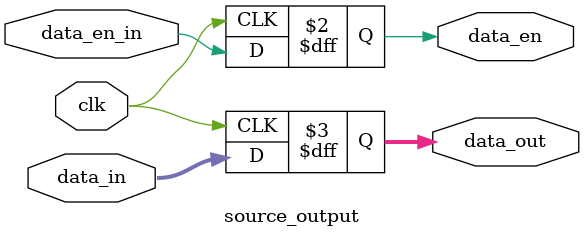
<source format=v>
module source_output(
	input clk,
	input data_en_in,
	input [15:0]data_in,
	output reg data_en,
	output reg [15:0]data_out
	);

always @(posedge clk)
begin
	data_en <= data_en_in;
	data_out <= data_in;
end

endmodule

</source>
